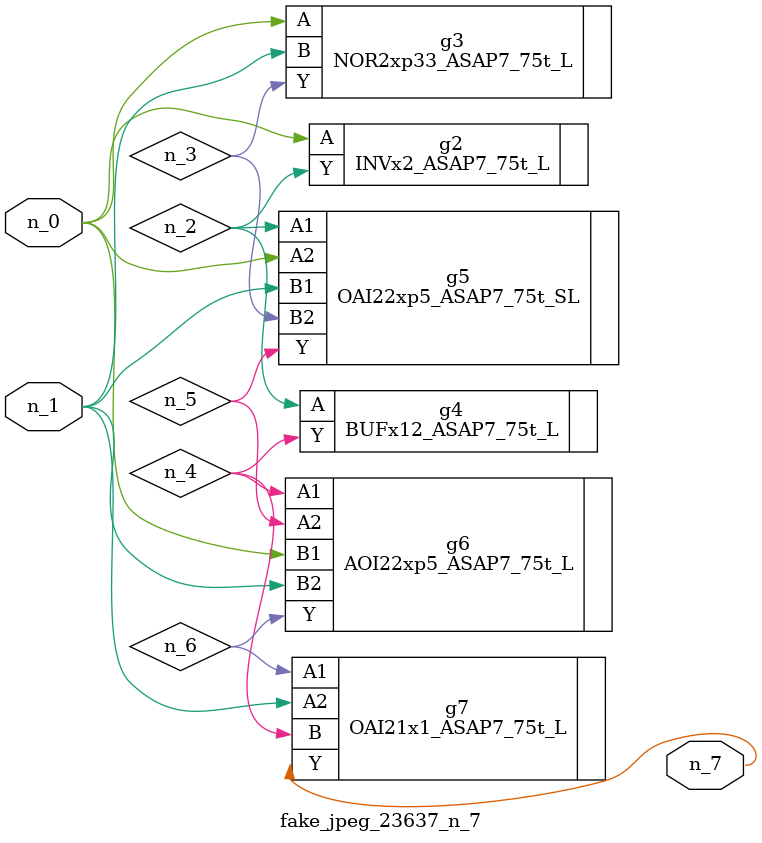
<source format=v>
module fake_jpeg_23637_n_7 (n_0, n_1, n_7);

input n_0;
input n_1;

output n_7;

wire n_2;
wire n_3;
wire n_4;
wire n_6;
wire n_5;

INVx2_ASAP7_75t_L g2 ( 
.A(n_0),
.Y(n_2)
);

NOR2xp33_ASAP7_75t_L g3 ( 
.A(n_0),
.B(n_1),
.Y(n_3)
);

BUFx12_ASAP7_75t_L g4 ( 
.A(n_2),
.Y(n_4)
);

AOI22xp5_ASAP7_75t_L g6 ( 
.A1(n_4),
.A2(n_5),
.B1(n_0),
.B2(n_1),
.Y(n_6)
);

OAI22xp5_ASAP7_75t_SL g5 ( 
.A1(n_2),
.A2(n_0),
.B1(n_1),
.B2(n_3),
.Y(n_5)
);

OAI21x1_ASAP7_75t_L g7 ( 
.A1(n_6),
.A2(n_1),
.B(n_4),
.Y(n_7)
);


endmodule
</source>
